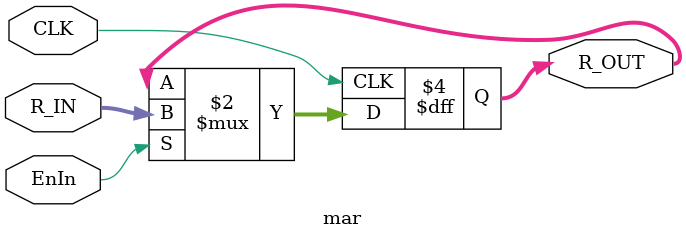
<source format=v>
module mar (
    input CLK,
    input EnIn,
    input [3:0] R_IN,
    output reg [3:0] R_OUT
);
    always @(posedge CLK) begin
        if (EnIn)
            R_OUT <= R_IN;
    end
    
endmodule
</source>
